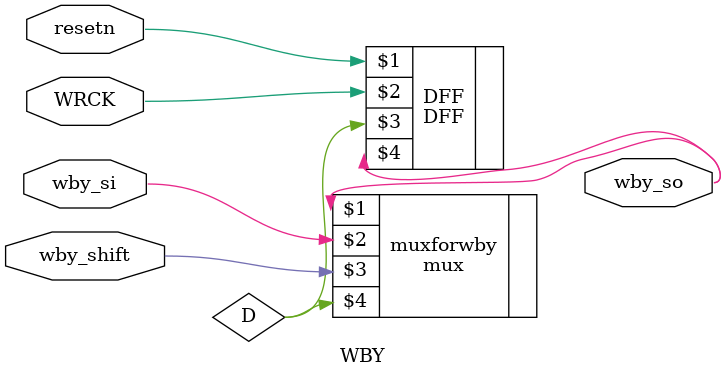
<source format=v>
module WBY(wby_si,WRCK,wby_shift,resetn,wby_so);
input wby_si;
input WRCK;
input wby_shift;
input resetn;

output wby_so;


wire D;
wire wby_so;
 
mux muxforwby (wby_so,wby_si,wby_shift,D);
DFF DFF(resetn,WRCK,D,wby_so);

endmodule

</source>
